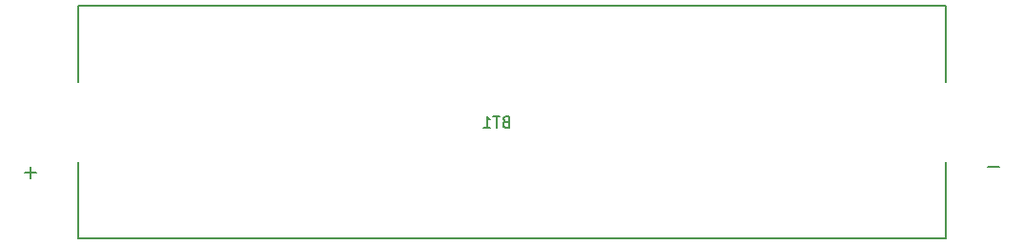
<source format=gbr>
%TF.GenerationSoftware,KiCad,Pcbnew,9.0.1*%
%TF.CreationDate,2025-05-24T22:02:27+02:00*%
%TF.ProjectId,LoRa_Node,4c6f5261-5f4e-46f6-9465-2e6b69636164,3.1*%
%TF.SameCoordinates,Original*%
%TF.FileFunction,Legend,Bot*%
%TF.FilePolarity,Positive*%
%FSLAX46Y46*%
G04 Gerber Fmt 4.6, Leading zero omitted, Abs format (unit mm)*
G04 Created by KiCad (PCBNEW 9.0.1) date 2025-05-24 22:02:27*
%MOMM*%
%LPD*%
G01*
G04 APERTURE LIST*
%ADD10C,0.150000*%
%ADD11C,0.127000*%
G04 APERTURE END LIST*
D10*
X150214394Y-76952328D02*
X150071537Y-76999947D01*
X150071537Y-76999947D02*
X150023918Y-77047566D01*
X150023918Y-77047566D02*
X149976299Y-77142804D01*
X149976299Y-77142804D02*
X149976299Y-77285661D01*
X149976299Y-77285661D02*
X150023918Y-77380899D01*
X150023918Y-77380899D02*
X150071537Y-77428519D01*
X150071537Y-77428519D02*
X150166775Y-77476138D01*
X150166775Y-77476138D02*
X150547727Y-77476138D01*
X150547727Y-77476138D02*
X150547727Y-76476138D01*
X150547727Y-76476138D02*
X150214394Y-76476138D01*
X150214394Y-76476138D02*
X150119156Y-76523757D01*
X150119156Y-76523757D02*
X150071537Y-76571376D01*
X150071537Y-76571376D02*
X150023918Y-76666614D01*
X150023918Y-76666614D02*
X150023918Y-76761852D01*
X150023918Y-76761852D02*
X150071537Y-76857090D01*
X150071537Y-76857090D02*
X150119156Y-76904709D01*
X150119156Y-76904709D02*
X150214394Y-76952328D01*
X150214394Y-76952328D02*
X150547727Y-76952328D01*
X149690584Y-76476138D02*
X149119156Y-76476138D01*
X149404870Y-77476138D02*
X149404870Y-76476138D01*
X148262013Y-77476138D02*
X148833441Y-77476138D01*
X148547727Y-77476138D02*
X148547727Y-76476138D01*
X148547727Y-76476138D02*
X148642965Y-76618995D01*
X148642965Y-76618995D02*
X148738203Y-76714233D01*
X148738203Y-76714233D02*
X148833441Y-76761852D01*
D11*
%TO.C,BT1*%
X107542888Y-81500000D02*
X108542888Y-81500000D01*
X108042888Y-82000000D02*
X108042888Y-81000000D01*
X112267888Y-66675000D02*
X189317888Y-66675000D01*
X112267888Y-73450000D02*
X112267888Y-66675000D01*
X112267888Y-87325000D02*
X112267888Y-80550000D01*
X189317888Y-66675000D02*
X189317888Y-73450000D01*
X189317888Y-80550000D02*
X189317888Y-87325000D01*
X189317888Y-87325000D02*
X112267888Y-87325000D01*
X193042888Y-81000000D02*
X194042888Y-81000000D01*
%TD*%
M02*

</source>
